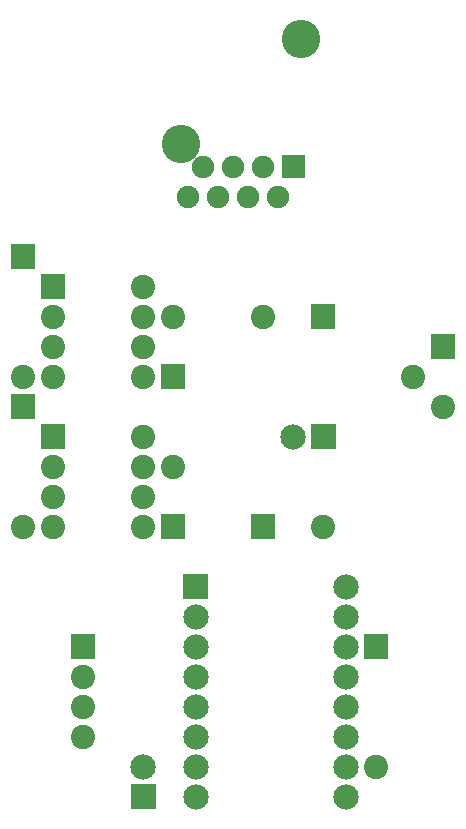
<source format=gbr>
G04 start of page 7 for group -4063 idx -4063 *
G04 Title: driver, componentmask *
G04 Creator: pcb 20140316 *
G04 CreationDate: Sat 06 Feb 2016 05:28:38 PM GMT UTC *
G04 For: rxdtxd *
G04 Format: Gerber/RS-274X *
G04 PCB-Dimensions (mil): 1800.00 3000.00 *
G04 PCB-Coordinate-Origin: lower left *
%MOIN*%
%FSLAX25Y25*%
%LNTOPMASK*%
%ADD46C,0.1280*%
%ADD45C,0.0750*%
%ADD44C,0.0847*%
%ADD43C,0.0810*%
%ADD42C,0.0001*%
G54D42*G36*
X115950Y204050D02*Y195950D01*
X124050D01*
Y204050D01*
X115950D01*
G37*
G54D43*X100000Y200000D03*
G54D42*G36*
X95950Y134050D02*Y125950D01*
X104050D01*
Y134050D01*
X95950D01*
G37*
G54D43*X120000Y130000D03*
G54D44*X110000Y160000D03*
G54D42*G36*
X115763Y164237D02*Y155763D01*
X124237D01*
Y164237D01*
X115763D01*
G37*
G36*
X155950Y194050D02*Y185950D01*
X164050D01*
Y194050D01*
X155950D01*
G37*
G54D43*X150000Y180000D03*
X160000Y170000D03*
G54D44*X127500Y40000D03*
Y50000D03*
G54D43*X137500D03*
G54D44*X127500Y60000D03*
Y70000D03*
Y80000D03*
Y90000D03*
Y100000D03*
Y110000D03*
G54D42*G36*
X133450Y94050D02*Y85950D01*
X141550D01*
Y94050D01*
X133450D01*
G37*
G54D45*X95000Y240000D03*
X90000Y250000D03*
X85000Y240000D03*
X80000Y250000D03*
G54D42*G36*
X106250Y253750D02*Y246250D01*
X113750D01*
Y253750D01*
X106250D01*
G37*
G54D45*X105000Y240000D03*
X100000Y250000D03*
G54D46*X112500Y292500D03*
X72500Y257500D03*
G54D45*X75000Y240000D03*
G54D43*X70000Y200000D03*
G54D42*G36*
X25950Y214050D02*Y205950D01*
X34050D01*
Y214050D01*
X25950D01*
G37*
G54D43*X30000Y200000D03*
Y190000D03*
X60000Y200000D03*
Y210000D03*
G54D42*G36*
X15950Y224050D02*Y215950D01*
X24050D01*
Y224050D01*
X15950D01*
G37*
G36*
X65950Y184050D02*Y175950D01*
X74050D01*
Y184050D01*
X65950D01*
G37*
G54D43*X60000Y180000D03*
Y190000D03*
X30000Y180000D03*
G54D42*G36*
X25950Y164050D02*Y155950D01*
X34050D01*
Y164050D01*
X25950D01*
G37*
G54D43*X30000Y150000D03*
Y140000D03*
Y130000D03*
G54D42*G36*
X15950Y174050D02*Y165950D01*
X24050D01*
Y174050D01*
X15950D01*
G37*
G54D43*X20000Y180000D03*
X60000Y130000D03*
Y140000D03*
Y150000D03*
Y160000D03*
X70000Y150000D03*
X20000Y130000D03*
G54D42*G36*
X65950Y134050D02*Y125950D01*
X74050D01*
Y134050D01*
X65950D01*
G37*
G36*
X73263Y114237D02*Y105763D01*
X81737D01*
Y114237D01*
X73263D01*
G37*
G36*
X35950Y94050D02*Y85950D01*
X44050D01*
Y94050D01*
X35950D01*
G37*
G54D43*X40000Y80000D03*
Y70000D03*
Y60000D03*
G54D44*X77500Y100000D03*
Y90000D03*
Y80000D03*
Y70000D03*
Y60000D03*
Y50000D03*
Y40000D03*
G54D42*G36*
X55763Y44237D02*Y35763D01*
X64237D01*
Y44237D01*
X55763D01*
G37*
G54D44*X60000Y50000D03*
M02*

</source>
